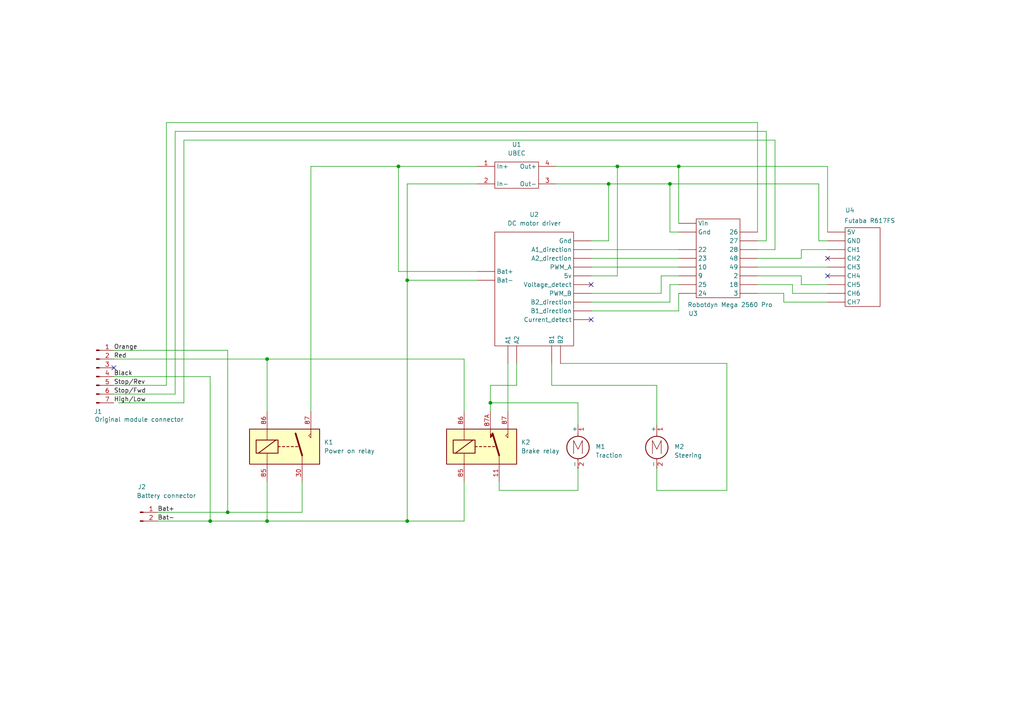
<source format=kicad_sch>
(kicad_sch (version 20250114) (generator "eeschema") (generator_version "9.0")
  (paper "A4")
  (lib_symbols
    (symbol "Connector:Conn_01x02_Pin" (pin_names (offset 1.016) (hide yes))
      (property "Reference" "J" (at 0 2.54 0))
      (property "Value" "Conn_01x02_Pin" (at 0 -5.08 0))
      (symbol "Conn_01x02_Pin_1_1"
        (rectangle (start 0.8636 0.127) (end 0 -0.127) (stroke (width 0.1524)) (fill (type outline)))
        (rectangle (start 0.8636 -2.413) (end 0 -2.667) (stroke (width 0.1524)) (fill (type outline)))
        (polyline (pts (xy 1.27 0) (xy 0.8636 0)) (stroke (width 0.1524)))
        (polyline (pts (xy 1.27 -2.54) (xy 0.8636 -2.54)) (stroke (width 0.1524)))
        (pin passive line (at 5.08 0 180) (length 3.81) (name "Pin_1") (number "1"))
        (pin passive line (at 5.08 -2.54 180) (length 3.81) (name "Pin_2") (number "2"))
      )
    )
    (symbol "Connector:Conn_01x07_Pin" (pin_names (offset 1.016) (hide yes))
      (property "Reference" "J" (at 0 10.16 0))
      (property "Value" "Conn_01x07_Pin" (at 0 -10.16 0))
      (symbol "Conn_01x07_Pin_1_1"
        (rectangle (start 0.8636 7.747) (end 0 7.493) (stroke (width 0.1524)) (fill (type outline)))
        (rectangle (start 0.8636 5.207) (end 0 4.953) (stroke (width 0.1524)) (fill (type outline)))
        (rectangle (start 0.8636 2.667) (end 0 2.413) (stroke (width 0.1524)) (fill (type outline)))
        (rectangle (start 0.8636 0.127) (end 0 -0.127) (stroke (width 0.1524)) (fill (type outline)))
        (rectangle (start 0.8636 -2.413) (end 0 -2.667) (stroke (width 0.1524)) (fill (type outline)))
        (rectangle (start 0.8636 -4.953) (end 0 -5.207) (stroke (width 0.1524)) (fill (type outline)))
        (rectangle (start 0.8636 -7.493) (end 0 -7.747) (stroke (width 0.1524)) (fill (type outline)))
        (polyline (pts (xy 1.27 7.62) (xy 0.8636 7.62)) (stroke (width 0.1524)))
        (polyline (pts (xy 1.27 5.08) (xy 0.8636 5.08)) (stroke (width 0.1524)))
        (polyline (pts (xy 1.27 2.54) (xy 0.8636 2.54)) (stroke (width 0.1524)))
        (polyline (pts (xy 1.27 0) (xy 0.8636 0)) (stroke (width 0.1524)))
        (polyline (pts (xy 1.27 -2.54) (xy 0.8636 -2.54)) (stroke (width 0.1524)))
        (polyline (pts (xy 1.27 -5.08) (xy 0.8636 -5.08)) (stroke (width 0.1524)))
        (polyline (pts (xy 1.27 -7.62) (xy 0.8636 -7.62)) (stroke (width 0.1524)))
        (pin passive line (at 5.08 7.62 180) (length 3.81) (name "Pin_1") (number "1"))
        (pin passive line (at 5.08 5.08 180) (length 3.81) (name "Pin_2") (number "2"))
        (pin passive line (at 5.08 2.54 180) (length 3.81) (name "Pin_3") (number "3"))
        (pin passive line (at 5.08 0 180) (length 3.81) (name "Pin_4") (number "4"))
        (pin passive line (at 5.08 -2.54 180) (length 3.81) (name "Pin_5") (number "5"))
        (pin passive line (at 5.08 -5.08 180) (length 3.81) (name "Pin_6") (number "6"))
        (pin passive line (at 5.08 -7.62 180) (length 3.81) (name "Pin_7") (number "7"))
      )
    )
    (symbol "Motor:Motor_DC" (pin_names (offset 0))
      (property "Reference" "M" (at 2.54 2.54 0))
      (property "Value" "Motor_DC" (at 2.54 -5.08 0))
      (symbol "Motor_DC_0_0"
        (polyline (pts (xy -1.27 -3.302) (xy -1.27 0.508) (xy 0 -2.032) (xy 1.27 0.508) (xy 1.27 -3.302)))
      )
      (symbol "Motor_DC_0_1"
        (polyline (pts (xy 0 2.032) (xy 0 2.54)))
        (polyline (pts (xy 0 1.7272) (xy 0 2.0828)))
        (circle (center 0 -1.524) (radius 3.2512) (stroke (width 0.254)))
        (polyline (pts (xy 0 -4.7752) (xy 0 -5.1816)))
        (polyline (pts (xy 0 -7.62) (xy 0 -7.112)))
      )
      (symbol "Motor_DC_1_1"
        (pin passive line (at 0 5.08 270) (length 2.54) (name "+") (number "1"))
        (pin passive line (at 0 -7.62 90) (length 2.54) (name "-") (number "2"))
      )
    )
    (symbol "Relay:Relay_SPDT"
      (property "Reference" "K2" (at 11.43 1.2701 0))
      (property "Value" "Relay_SPDT" (at 11.43 -1.2699 0))
      (symbol "Relay_SPDT_0_0"
        (polyline (pts (xy 7.62 5.08) (xy 7.62 2.54) (xy 6.985 3.175) (xy 7.62 3.81)))
      )
      (symbol "Relay_SPDT_0_1"
        (rectangle (start -10.16 5.08) (end 10.16 -5.08) (stroke (width 0.254)) (fill (type background)))
        (rectangle (start -8.255 1.905) (end -1.905 -1.905) (stroke (width 0.254)))
        (polyline (pts (xy -7.62 -1.905) (xy -2.54 1.905)) (stroke (width 0.254)))
        (polyline (pts (xy -5.08 5.08) (xy -5.08 1.905)))
        (polyline (pts (xy -5.08 -5.08) (xy -5.08 -1.905)))
        (polyline (pts (xy -1.905 0) (xy -1.27 0)) (stroke (width 0.254)))
        (polyline (pts (xy -0.635 0) (xy 0 0)) (stroke (width 0.254)))
        (polyline (pts (xy 0.635 0) (xy 1.27 0)) (stroke (width 0.254)))
        (polyline (pts (xy 1.905 0) (xy 2.54 0)) (stroke (width 0.254)))
        (polyline (pts (xy 2.54 5.08) (xy 2.54 2.54) (xy 3.175 3.175) (xy 2.54 3.81)) (fill (type outline)))
        (polyline (pts (xy 3.175 0) (xy 3.81 0)) (stroke (width 0.254)))
        (polyline (pts (xy 5.08 -2.54) (xy 3.175 3.81)) (stroke (width 0.508)))
        (polyline (pts (xy 5.08 -2.54) (xy 5.08 -5.08)))
      )
      (symbol "Relay_SPDT_1_1"
        (pin passive line (at -5.08 10.16 270) (length 5.08) (name "~") (number "86"))
        (pin passive line (at -5.08 -10.16 90) (length 5.08) (name "~") (number "85"))
        (pin passive line (at 2.54 10.16 270) (length 5.08) (name "~") (number "87A"))
        (pin passive line (at 5.08 -10.16 90) (length 5.08) (name "~") (number "11"))
        (pin passive line (at 7.62 10.16 270) (length 5.08) (name "~") (number "87"))
      )
    )
    (symbol "Relay:Relay_SPST-NO"
      (property "Reference" "K1" (at 11.43 1.2701 0))
      (property "Value" "Relay_SPST-NO" (at 11.43 -1.2699 0))
      (symbol "Relay_SPST-NO_0_0"
        (polyline (pts (xy 7.62 5.08) (xy 7.62 2.54) (xy 6.985 3.175) (xy 7.62 3.81)))
      )
      (symbol "Relay_SPST-NO_0_1"
        (rectangle (start -10.16 5.08) (end 10.16 -5.08) (stroke (width 0.254)) (fill (type background)))
        (rectangle (start -8.255 1.905) (end -1.905 -1.905) (stroke (width 0.254)))
        (polyline (pts (xy -7.62 -1.905) (xy -2.54 1.905)) (stroke (width 0.254)))
        (polyline (pts (xy -5.08 5.08) (xy -5.08 1.905)))
        (polyline (pts (xy -5.08 -5.08) (xy -5.08 -1.905)))
        (polyline (pts (xy -1.905 0) (xy -1.27 0)) (stroke (width 0.254)))
        (polyline (pts (xy -0.635 0) (xy 0 0)) (stroke (width 0.254)))
        (polyline (pts (xy 0.635 0) (xy 1.27 0)) (stroke (width 0.254)))
        (polyline (pts (xy 1.905 0) (xy 2.54 0)) (stroke (width 0.254)))
        (polyline (pts (xy 3.175 0) (xy 3.81 0)) (stroke (width 0.254)))
        (polyline (pts (xy 5.08 -2.54) (xy 3.175 3.81)) (stroke (width 0.508)))
        (polyline (pts (xy 5.08 -2.54) (xy 5.08 -5.08)))
      )
      (symbol "Relay_SPST-NO_1_1"
        (pin passive line (at -5.08 10.16 270) (length 5.08) (name "~") (number "86"))
        (pin passive line (at -5.08 -10.16 90) (length 5.08) (name "~") (number "85"))
        (pin passive line (at 5.08 -10.16 90) (length 5.08) (name "~") (number "30"))
        (pin passive line (at 7.62 10.16 270) (length 5.08) (name "~") (number "87"))
      )
    )
    (symbol "mosterrak:Arduino"
      (property "Reference" "U" (at 0 11.938 0))
      (symbol "Arduino_0_1"
        (rectangle (start -6.35 10.16) (end 6.35 -12.7))
      )
      (symbol "Arduino_1_1"
        (pin power_in line (at -11.43 8.89 0) (length 5.08) (name "Vin") (number ""))
        (pin power_in line (at -11.43 6.35 0) (length 5.08) (name "Gnd") (number ""))
        (pin output line (at -11.43 1.27 0) (length 5.08) (name "22") (number ""))
        (pin output line (at -11.43 -1.27 0) (length 5.08) (name "23") (number ""))
        (pin output line (at -11.43 -3.81 0) (length 5.08) (name "10") (number ""))
        (pin output line (at -11.43 -6.35 0) (length 5.08) (name "9") (number ""))
        (pin output line (at -11.43 -8.89 0) (length 5.08) (name "25") (number ""))
        (pin output line (at -11.43 -11.43 0) (length 5.08) (name "24") (number ""))
        (pin input line (at 11.43 6.35 180) (length 5.08) (name "26") (number ""))
        (pin input line (at 11.43 3.81 180) (length 5.08) (name "27") (number ""))
        (pin input line (at 11.43 1.27 180) (length 5.08) (name "28") (number ""))
        (pin input line (at 11.43 -1.27 180) (length 5.08) (name "48") (number ""))
        (pin input line (at 11.43 -3.81 180) (length 5.08) (name "49") (number ""))
        (pin input line (at 11.43 -6.35 180) (length 5.08) (name "2") (number ""))
        (pin input line (at 11.43 -8.89 180) (length 5.08) (name "18") (number ""))
        (pin input line (at 11.43 -11.43 180) (length 5.08) (name "3") (number ""))
      )
    )
    (symbol "mosterrak:Futaba_R617FS"
      (property "Reference" "U" (at 0 14.478 0))
      (symbol "Futaba_R617FS_0_1"
        (rectangle (start -5.08 12.7) (end 5.08 -10.16))
      )
      (symbol "Futaba_R617FS_1_1"
        (pin power_in line (at -10.16 11.43 0) (length 5.08) (name "5V") (number ""))
        (pin power_in line (at -10.16 8.89 0) (length 5.08) (name "GND") (number ""))
        (pin output line (at -10.16 6.35 0) (length 5.08) (name "CH1") (number ""))
        (pin output line (at -10.16 3.81 0) (length 5.08) (name "CH2") (number ""))
        (pin output line (at -10.16 1.27 0) (length 5.08) (name "CH3") (number ""))
        (pin output line (at -10.16 -1.27 0) (length 5.08) (name "CH4") (number ""))
        (pin output line (at -10.16 -3.81 0) (length 5.08) (name "CH5") (number ""))
        (pin output line (at -10.16 -6.35 0) (length 5.08) (name "CH6") (number ""))
        (pin output line (at -10.16 -8.89 0) (length 5.08) (name "CH7") (number ""))
      )
    )
    (symbol "mosterrak:Motor_driver"
      (property "Reference" "U" (at 0 16.51 0))
      (symbol "Motor_driver_0_1"
        (rectangle (start -11.43 15.24) (end 11.43 -17.78))
      )
      (symbol "Motor_driver_1_1"
        (pin power_in line (at -16.51 3.81 0) (length 5.08) (name "Bat+") (number ""))
        (pin power_in line (at -16.51 1.27 0) (length 5.08) (name "Bat-") (number ""))
        (pin power_out line (at -7.62 -22.86 90) (length 5.08) (name "A1") (number ""))
        (pin power_out line (at -5.08 -22.86 90) (length 5.08) (name "A2") (number ""))
        (pin power_out line (at 5.08 -22.86 90) (length 5.08) (name "B1") (number ""))
        (pin power_out line (at 7.62 -22.86 90) (length 5.08) (name "B2") (number ""))
        (pin power_in line (at 16.51 12.7 180) (length 5.08) (name "Gnd") (number ""))
        (pin input line (at 16.51 10.16 180) (length 5.08) (name "A1_direction") (number ""))
        (pin input line (at 16.51 7.62 180) (length 5.08) (name "A2_direction") (number ""))
        (pin input line (at 16.51 5.08 180) (length 5.08) (name "PWM_A") (number ""))
        (pin power_in line (at 16.51 2.54 180) (length 5.08) (name "5v") (number ""))
        (pin output line (at 16.51 0 180) (length 5.08) (name "Voltage_detect") (number ""))
        (pin input line (at 16.51 -2.54 180) (length 5.08) (name "PWM_B") (number ""))
        (pin input line (at 16.51 -5.08 180) (length 5.08) (name "B2_direction") (number ""))
        (pin input line (at 16.51 -7.62 180) (length 5.08) (name "B1_direction") (number ""))
        (pin output line (at 16.51 -10.16 180) (length 5.08) (name "Current_detect") (number ""))
      )
    )
    (symbol "mosterrak:UBEC"
      (property "Reference" "U" (at 0 6.858 0))
      (symbol "UBEC_0_1"
        (rectangle (start -6.35 3.81) (end 6.35 -3.81))
      )
      (symbol "UBEC_1_1"
        (pin power_in line (at -11.43 2.54 0) (length 5.08) (name "In+") (number "1"))
        (pin power_in line (at -11.43 -2.54 0) (length 5.08) (name "In-") (number "2"))
        (pin power_out line (at 11.43 2.54 180) (length 5.08) (name "Out+") (number "4"))
        (pin power_out line (at 11.43 -2.54 180) (length 5.08) (name "Out-") (number "3"))
      )
    )
  )
  (junction (at 60.96 151.13))
  (junction (at 194.31 53.34))
  (junction (at 142.24 116.84))
  (junction (at 118.11 151.13))
  (junction (at 176.53 53.34))
  (junction (at 66.04 148.59))
  (junction (at 118.11 81.28))
  (junction (at 77.47 104.14))
  (junction (at 179.07 48.26))
  (junction (at 115.57 48.26))
  (junction (at 77.47 151.13))
  (junction (at 196.85 48.26))
  (no_connect (at 240.03 80.01))
  (no_connect (at 171.45 82.55))
  (no_connect (at 33.02 106.68))
  (no_connect (at 171.45 92.71))
  (no_connect (at 240.03 74.93))
  (wire (pts (xy 160.02 111.76) (xy 190.5 111.76)))
  (wire (pts (xy 232.41 80.01) (xy 232.41 82.55)))
  (wire (pts (xy 222.25 38.1) (xy 222.25 69.85)))
  (wire (pts (xy 115.57 48.26) (xy 138.43 48.26)))
  (wire (pts (xy 167.64 142.24) (xy 167.64 135.89)))
  (wire (pts (xy 171.45 72.39) (xy 196.85 72.39)))
  (wire (pts (xy 190.5 111.76) (xy 190.5 123.19)))
  (wire (pts (xy 33.02 104.14) (xy 77.47 104.14)))
  (wire (pts (xy 232.41 72.39) (xy 240.03 72.39)))
  (wire (pts (xy 219.71 80.01) (xy 232.41 80.01)))
  (wire (pts (xy 160.02 105.41) (xy 160.02 111.76)))
  (wire (pts (xy 118.11 151.13) (xy 118.11 81.28)))
  (wire (pts (xy 179.07 48.26) (xy 161.29 48.26)))
  (wire (pts (xy 210.82 105.41) (xy 210.82 142.24)))
  (wire (pts (xy 48.26 111.76) (xy 48.26 35.56)))
  (wire (pts (xy 196.85 48.26) (xy 240.03 48.26)))
  (wire (pts (xy 194.31 87.63) (xy 194.31 82.55)))
  (wire (pts (xy 118.11 151.13) (xy 134.62 151.13)))
  (wire (pts (xy 115.57 78.74) (xy 138.43 78.74)))
  (wire (pts (xy 224.79 72.39) (xy 219.71 72.39)))
  (wire (pts (xy 190.5 142.24) (xy 190.5 135.89)))
  (wire (pts (xy 171.45 77.47) (xy 196.85 77.47)))
  (wire (pts (xy 237.49 69.85) (xy 240.03 69.85)))
  (wire (pts (xy 171.45 90.17) (xy 196.85 90.17)))
  (wire (pts (xy 196.85 90.17) (xy 196.85 85.09)))
  (wire (pts (xy 33.02 101.6) (xy 66.04 101.6)))
  (wire (pts (xy 222.25 69.85) (xy 219.71 69.85)))
  (wire (pts (xy 229.87 82.55) (xy 229.87 85.09)))
  (wire (pts (xy 66.04 101.6) (xy 66.04 148.59)))
  (wire (pts (xy 171.45 87.63) (xy 194.31 87.63)))
  (wire (pts (xy 219.71 74.93) (xy 232.41 74.93)))
  (wire (pts (xy 48.26 35.56) (xy 219.71 35.56)))
  (wire (pts (xy 118.11 81.28) (xy 118.11 53.34)))
  (wire (pts (xy 240.03 48.26) (xy 240.03 67.31)))
  (wire (pts (xy 50.8 38.1) (xy 222.25 38.1)))
  (wire (pts (xy 77.47 104.14) (xy 134.62 104.14)))
  (wire (pts (xy 232.41 74.93) (xy 232.41 72.39)))
  (wire (pts (xy 45.72 151.13) (xy 60.96 151.13)))
  (wire (pts (xy 171.45 74.93) (xy 196.85 74.93)))
  (wire (pts (xy 219.71 35.56) (xy 219.71 67.31)))
  (wire (pts (xy 227.33 87.63) (xy 240.03 87.63)))
  (wire (pts (xy 50.8 114.3) (xy 50.8 38.1)))
  (wire (pts (xy 60.96 151.13) (xy 77.47 151.13)))
  (wire (pts (xy 162.56 105.41) (xy 210.82 105.41)))
  (wire (pts (xy 147.32 105.41) (xy 147.32 119.38)))
  (wire (pts (xy 149.86 111.76) (xy 142.24 111.76)))
  (wire (pts (xy 77.47 104.14) (xy 77.47 119.38)))
  (wire (pts (xy 90.17 48.26) (xy 115.57 48.26)))
  (wire (pts (xy 134.62 104.14) (xy 134.62 119.38)))
  (wire (pts (xy 219.71 77.47) (xy 240.03 77.47)))
  (wire (pts (xy 232.41 82.55) (xy 240.03 82.55)))
  (wire (pts (xy 224.79 40.64) (xy 224.79 72.39)))
  (wire (pts (xy 237.49 53.34) (xy 237.49 69.85)))
  (wire (pts (xy 171.45 80.01) (xy 179.07 80.01)))
  (wire (pts (xy 176.53 69.85) (xy 171.45 69.85)))
  (wire (pts (xy 210.82 142.24) (xy 190.5 142.24)))
  (wire (pts (xy 53.34 116.84) (xy 53.34 40.64)))
  (wire (pts (xy 53.34 40.64) (xy 224.79 40.64)))
  (wire (pts (xy 144.78 139.7) (xy 144.78 142.24)))
  (wire (pts (xy 33.02 111.76) (xy 48.26 111.76)))
  (wire (pts (xy 229.87 85.09) (xy 240.03 85.09)))
  (wire (pts (xy 191.77 80.01) (xy 196.85 80.01)))
  (wire (pts (xy 77.47 151.13) (xy 118.11 151.13)))
  (wire (pts (xy 115.57 78.74) (xy 115.57 48.26)))
  (wire (pts (xy 77.47 151.13) (xy 77.47 139.7)))
  (wire (pts (xy 90.17 48.26) (xy 90.17 119.38)))
  (wire (pts (xy 196.85 48.26) (xy 196.85 64.77)))
  (wire (pts (xy 179.07 48.26) (xy 196.85 48.26)))
  (wire (pts (xy 134.62 151.13) (xy 134.62 139.7)))
  (wire (pts (xy 33.02 109.22) (xy 60.96 109.22)))
  (wire (pts (xy 60.96 109.22) (xy 60.96 151.13)))
  (wire (pts (xy 194.31 67.31) (xy 196.85 67.31)))
  (wire (pts (xy 144.78 142.24) (xy 167.64 142.24)))
  (wire (pts (xy 219.71 82.55) (xy 229.87 82.55)))
  (wire (pts (xy 34.29 116.84) (xy 53.34 116.84)))
  (wire (pts (xy 87.63 148.59) (xy 87.63 139.7)))
  (wire (pts (xy 176.53 53.34) (xy 176.53 69.85)))
  (wire (pts (xy 142.24 111.76) (xy 142.24 116.84)))
  (wire (pts (xy 194.31 82.55) (xy 196.85 82.55)))
  (wire (pts (xy 167.64 116.84) (xy 167.64 123.19)))
  (wire (pts (xy 179.07 48.26) (xy 179.07 80.01)))
  (wire (pts (xy 33.02 114.3) (xy 50.8 114.3)))
  (wire (pts (xy 227.33 85.09) (xy 227.33 87.63)))
  (wire (pts (xy 142.24 116.84) (xy 167.64 116.84)))
  (wire (pts (xy 118.11 81.28) (xy 138.43 81.28)))
  (wire (pts (xy 161.29 53.34) (xy 176.53 53.34)))
  (wire (pts (xy 118.11 53.34) (xy 138.43 53.34)))
  (wire (pts (xy 66.04 148.59) (xy 87.63 148.59)))
  (wire (pts (xy 66.04 148.59) (xy 45.72 148.59)))
  (wire (pts (xy 171.45 85.09) (xy 191.77 85.09)))
  (wire (pts (xy 142.24 116.84) (xy 142.24 119.38)))
  (wire (pts (xy 176.53 53.34) (xy 194.31 53.34)))
  (wire (pts (xy 219.71 85.09) (xy 227.33 85.09)))
  (wire (pts (xy 191.77 85.09) (xy 191.77 80.01)))
  (wire (pts (xy 194.31 67.31) (xy 194.31 53.34)))
  (wire (pts (xy 194.31 53.34) (xy 237.49 53.34)))
  (wire (pts (xy 149.86 105.41) (xy 149.86 111.76)))
  (label "Stop{slash}Rev" (at 33.02 111.76 0))
  (label "High{slash}Low" (at 33.02 116.84 0))
  (label "Bat-" (at 45.72 151.13 0))
  (label "Bat+" (at 45.72 148.59 0))
  (label "Red" (at 33.02 104.14 0))
  (label "Stop{slash}Fwd" (at 33.02 114.3 0))
  (label "Black" (at 33.02 109.22 0))
  (label "Orange" (at 33.02 101.6 0))
  (symbol (lib_id "Motor:Motor_DC") (at 167.64 128.27 0) (unit 1)
    (property "Reference" "M1" (at 172.72 129.5399 0) (effects (justify left)))
    (property "Value" "Traction" (at 172.72 132.08 0) (effects (justify left)))
    (property "Description" "DC Motor" (effects (hide yes)))
  )
  (symbol (lib_id "Connector:Conn_01x07_Pin") (at 27.94 109.22 0) (unit 1)
    (property "Reference" "J1" (at 28.448 119.38 0))
    (property "Value" "Original module connector" (at 40.386 121.666 0))
    (property "Description" "Generic connector, single row, 01x07, script generated" (effects (hide yes)))
  )
  (symbol (lib_id "Connector:Conn_01x02_Pin") (at 40.64 148.59 0) (unit 1)
    (property "Reference" "J2" (at 41.148 141.224 0))
    (property "Value" "Battery connector" (at 48.26 143.764 0))
    (property "Description" "Generic connector, single row, 01x02, script generated" (effects (hide yes)))
  )
  (symbol (lib_id "Relay:Relay_SPDT") (at 139.7 129.54 0) (unit 1)
    (property "Reference" "K2" (at 151.13 128.2699 0) (effects (justify left)))
    (property "Value" "Brake relay" (at 151.13 130.8099 0) (effects (justify left)))
    (property "Description" "Relay SPDT, monostable, EN50005" (effects (hide yes)))
  )
  (symbol (lib_id "Relay:Relay_SPST-NO") (at 82.55 129.54 0) (unit 1)
    (property "Reference" "K1" (at 93.98 128.2699 0) (effects (justify left)))
    (property "Value" "Power on relay" (at 93.98 130.8099 0) (effects (justify left)))
    (property "Description" "Relay SPST, normally open, EN50005" (effects (hide yes)))
  )
  (symbol (lib_id "mosterrak:Motor_driver") (at 154.94 82.55 0) (unit 1)
    (property "Reference" "U2" (at 154.94 62.23 0))
    (property "Value" "DC motor driver" (at 154.94 64.77 0))
  )
  (symbol (lib_id "mosterrak:Arduino") (at 208.28 73.66 0) (unit 1)
    (property "Reference" "U3" (at 199.644 90.932 0) (effects (justify left)))
    (property "Value" "Robotdyn Mega 2560 Pro" (at 199.39 88.392 0) (effects (justify left)))
  )
  (symbol (lib_id "Motor:Motor_DC") (at 190.5 128.27 0) (unit 1)
    (property "Reference" "M2" (at 195.58 129.5399 0) (effects (justify left)))
    (property "Value" "Steering" (at 195.58 132.08 0) (effects (justify left)))
    (property "Description" "DC Motor" (effects (hide yes)))
  )
  (symbol (lib_id "mosterrak:Futaba_R617FS") (at 250.19 78.74 0) (unit 1)
    (property "Reference" "U4" (at 245.11 60.96 0) (effects (justify left)))
    (property "Value" "Futaba R617FS" (at 244.856 64.008 0) (effects (justify left)))
  )
  (symbol (lib_id "mosterrak:UBEC") (at 149.86 50.8 0) (unit 1)
    (property "Reference" "U1" (at 149.86 41.91 0))
    (property "Value" "UBEC" (at 149.86 44.45 0))
  )
)
</source>
